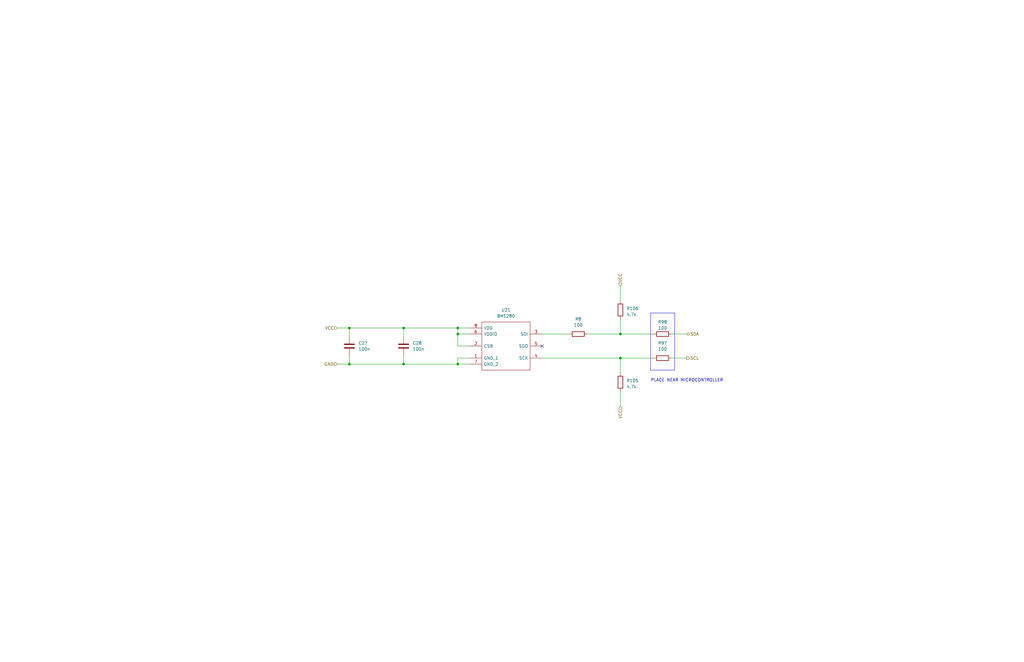
<source format=kicad_sch>
(kicad_sch (version 20230121) (generator eeschema)
  (paper "USLedger")
  (title_block (title "PCO2 Sensor Board") (rev "201") (company "Engineering") (comment 2 "Matt Casari") (comment 4 "DRAFT"))
  (lib_symbols
    (symbol "Device:C" (pin_numbers hide) (pin_names (offset 0.254))
      (property "Reference" "C" (at 0.635 2.54 0))
      (property "Value" "C" (at 0.635 -2.54 0))
      (symbol "C_0_1"
        (polyline (pts (xy -2.032 -0.762) (xy 2.032 -0.762)) (stroke (width 0.508)))
        (polyline (pts (xy -2.032 0.762) (xy 2.032 0.762)) (stroke (width 0.508)))
      )
      (symbol "C_1_1"
        (pin passive line (at 0 3.81 270) (length 2.794) (name "~") (number "1"))
        (pin passive line (at 0 -3.81 90) (length 2.794) (name "~") (number "2"))
      )
    )
    (symbol "Device:R" (pin_numbers hide) (pin_names (offset 0))
      (property "Reference" "R" (at 2.032 0 90))
      (property "Value" "R" (at 0 0 90))
      (symbol "R_0_1"
        (rectangle (start -1.016 -2.54) (end 1.016 2.54) (stroke (width 0.254)))
      )
      (symbol "R_1_1"
        (pin passive line (at 0 3.81 270) (length 1.27) (name "~") (number "1"))
        (pin passive line (at 0 -3.81 90) (length 1.27) (name "~") (number "2"))
      )
    )
    (symbol "pco2-sensor-board:BME280" (pin_names (offset 0.762))
      (property "Reference" "U" (at 26.67 7.62 0))
      (property "Value" "BME280" (at 26.67 5.08 0))
      (symbol "BME280_0_0"
        (pin power_in line (at 0 -12.7 0) (length 5.08) (name "GND_1") (number "1"))
        (pin input line (at 0 -7.62 0) (length 5.08) (name "CSB") (number "2"))
        (pin passive line (at 30.48 -2.54 180) (length 5.08) (name "SDI") (number "3"))
        (pin passive line (at 30.48 -12.7 180) (length 5.08) (name "SCK") (number "4"))
        (pin passive line (at 30.48 -7.62 180) (length 5.08) (name "SDO") (number "5"))
        (pin power_in line (at 0 -2.54 0) (length 5.08) (name "VDDIO") (number "6"))
        (pin power_in line (at 0 -15.24 0) (length 5.08) (name "GND_2") (number "7"))
        (pin power_in line (at 0 0 0) (length 5.08) (name "VDD") (number "8"))
      )
      (symbol "BME280_0_1"
        (polyline (pts (xy 5.08 2.54) (xy 25.4 2.54) (xy 25.4 -17.78) (xy 5.08 -17.78) (xy 5.08 2.54)) (stroke (width 0.1524)))
      )
    )
  )
  (junction (at 170.18 153.67))
  (junction (at 261.62 140.97))
  (junction (at 170.18 138.43))
  (junction (at 261.62 151.13))
  (junction (at 147.32 153.67))
  (junction (at 147.32 138.43))
  (junction (at 193.04 138.43))
  (junction (at 193.04 140.97))
  (junction (at 193.04 153.67))
  (no_connect (at 228.6 146.05))
  (wire (pts (xy 170.18 138.43) (xy 193.04 138.43)))
  (wire (pts (xy 283.21 140.97) (xy 289.56 140.97)))
  (polyline (pts (xy 284.48 132.08) (xy 284.48 156.21)))
  (wire (pts (xy 261.62 140.97) (xy 275.59 140.97)))
  (wire (pts (xy 228.6 140.97) (xy 240.03 140.97)))
  (wire (pts (xy 261.62 151.13) (xy 275.59 151.13)))
  (wire (pts (xy 198.12 140.97) (xy 193.04 140.97)))
  (wire (pts (xy 198.12 151.13) (xy 193.04 151.13)))
  (wire (pts (xy 193.04 146.05) (xy 193.04 140.97)))
  (wire (pts (xy 147.32 138.43) (xy 170.18 138.43)))
  (wire (pts (xy 147.32 138.43) (xy 147.32 142.24)))
  (polyline (pts (xy 284.48 156.21) (xy 274.32 156.21)))
  (wire (pts (xy 142.24 153.67) (xy 147.32 153.67)))
  (wire (pts (xy 170.18 153.67) (xy 193.04 153.67)))
  (wire (pts (xy 170.18 138.43) (xy 170.18 142.24)))
  (wire (pts (xy 193.04 138.43) (xy 198.12 138.43)))
  (wire (pts (xy 283.21 151.13) (xy 289.56 151.13)))
  (wire (pts (xy 142.24 138.43) (xy 147.32 138.43)))
  (wire (pts (xy 247.65 140.97) (xy 261.62 140.97)))
  (wire (pts (xy 261.62 134.62) (xy 261.62 140.97)))
  (wire (pts (xy 193.04 153.67) (xy 198.12 153.67)))
  (wire (pts (xy 228.6 151.13) (xy 261.62 151.13)))
  (wire (pts (xy 261.62 165.1) (xy 261.62 171.45)))
  (wire (pts (xy 193.04 151.13) (xy 193.04 153.67)))
  (polyline (pts (xy 274.32 132.08) (xy 274.32 156.21)))
  (wire (pts (xy 261.62 120.65) (xy 261.62 127)))
  (wire (pts (xy 147.32 153.67) (xy 170.18 153.67)))
  (wire (pts (xy 170.18 149.86) (xy 170.18 153.67)))
  (polyline (pts (xy 274.32 132.08) (xy 284.48 132.08)))
  (wire (pts (xy 261.62 151.13) (xy 261.62 157.48)))
  (wire (pts (xy 198.12 146.05) (xy 193.04 146.05)))
  (wire (pts (xy 147.32 149.86) (xy 147.32 153.67)))
  (wire (pts (xy 193.04 140.97) (xy 193.04 138.43)))
  (text "PLACE NEAR MICROCONTROLLER" (at 274.32 161.29 0) (effects (font (size 1.27 1.27)) (justify left bottom)))
  (hierarchical_label "VCC" (shape input) (at 261.62 120.65 90))
  (hierarchical_label "GND" (shape input) (at 142.24 153.67 180))
  (hierarchical_label "VCC" (shape input) (at 142.24 138.43 180))
  (hierarchical_label "VCC" (shape input) (at 261.62 171.45 270))
  (hierarchical_label "SDA" (shape bidirectional) (at 289.56 140.97 0))
  (hierarchical_label "SCL" (shape output) (at 289.56 151.13 0))
  (symbol (lib_id "Device:R") (at 279.4 140.97 90) (unit 1)
    (property "Reference" "R98" (at 279.4 135.89 90))
    (property "Value" "100" (at 279.4 138.43 90))
    (property "Footprint" "Resistor_SMD:R_0805_2012Metric" (effects hide))
    (property "MPN" "CRCW0805100RFKEAC" (effects hide))
  )
  (symbol (lib_id "pco2-sensor-board:BME280") (at 198.12 138.43 0) (unit 1)
    (property "Reference" "U21" (at 213.36 130.81 0))
    (property "Value" "BME280" (at 213.36 133.35 0))
    (property "Footprint" "pco2-sensor-board:BME280" (effects hide))
    (property "Datasheet" "https://datasheet.datasheetarchive.com/originals/distributors/DKDS-24/462906.pdf" (effects hide))
    (property "MPN" "BME280" (effects hide))
  )
  (symbol (lib_id "Device:C") (at 147.32 146.05 0) (unit 1)
    (property "Reference" "C27" (at 151.13 144.7799 0) (effects (justify left)))
    (property "Value" "100n" (at 151.13 147.3199 0) (effects (justify left)))
    (property "Footprint" "Capacitor_SMD:C_0603_1608Metric" (effects hide))
    (property "MPN" "C0603C104K5RACTU" (effects hide))
  )
  (symbol (lib_id "Device:R") (at 261.62 130.81 0) (unit 1)
    (property "Reference" "R106" (at 264.16 130.175 0) (effects (justify left)))
    (property "Value" "4.7k" (at 264.16 132.715 0) (effects (justify left)))
    (property "Footprint" "Resistor_SMD:R_0805_2012Metric" (effects hide))
    (property "MPN" "CRCW08054K70FKEAC" (effects hide))
  )
  (symbol (lib_id "Device:R") (at 279.4 151.13 270) (unit 1)
    (property "Reference" "R97" (at 279.4 144.78 90))
    (property "Value" "100" (at 279.4 147.32 90))
    (property "Footprint" "Resistor_SMD:R_0805_2012Metric" (effects hide))
    (property "MPN" "CRCW0805100RFKEAC" (effects hide))
  )
  (symbol (lib_id "Device:C") (at 170.18 146.05 0) (unit 1)
    (property "Reference" "C28" (at 173.99 144.7799 0) (effects (justify left)))
    (property "Value" "100n" (at 173.99 147.3199 0) (effects (justify left)))
    (property "Footprint" "Capacitor_SMD:C_0603_1608Metric" (effects hide))
    (property "MPN" "C0603C104K5RACTU" (effects hide))
  )
  (symbol (lib_id "Device:R") (at 243.84 140.97 90) (unit 1)
    (property "Reference" "R8" (at 243.84 134.62 90))
    (property "Value" "100" (at 243.84 137.16 90))
    (property "Footprint" "Resistor_SMD:R_0805_2012Metric" (effects hide))
    (property "MPN" "CRCW0805100RFKEAC" (effects hide))
  )
  (symbol (lib_id "Device:R") (at 261.62 161.29 0) (unit 1)
    (property "Reference" "R105" (at 264.16 160.655 0) (effects (justify left)))
    (property "Value" "4.7k" (at 264.16 163.195 0) (effects (justify left)))
    (property "Footprint" "Resistor_SMD:R_0805_2012Metric" (effects hide))
    (property "MPN" "CRCW08054K70FKEAC" (effects hide))
  )
)
</source>
